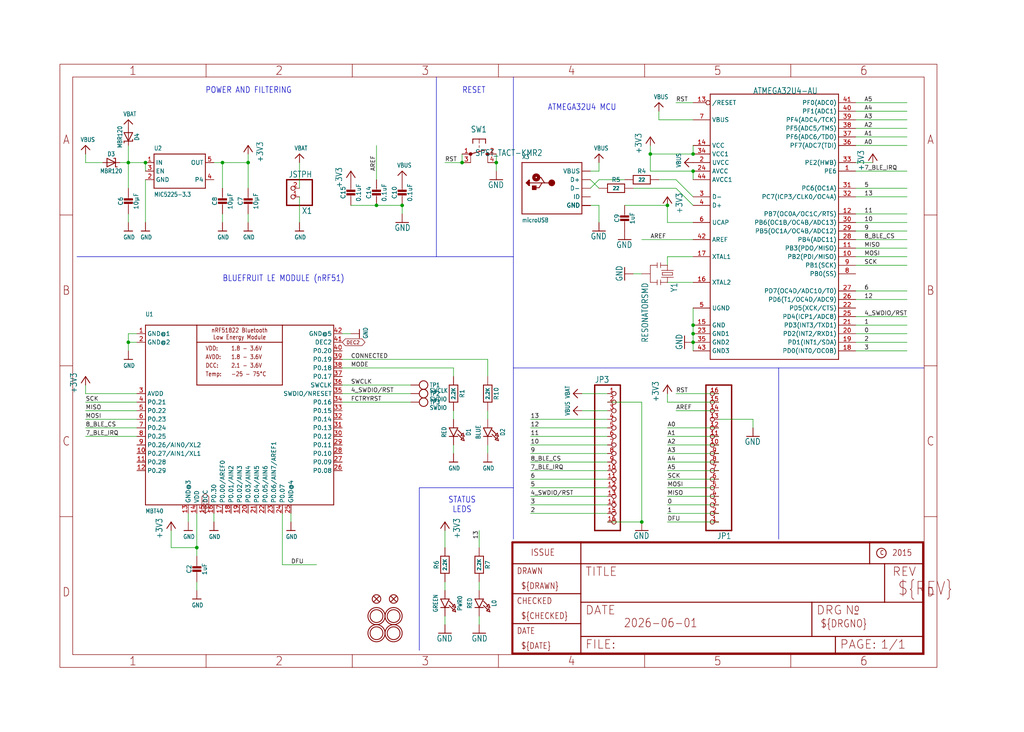
<source format=kicad_sch>
(kicad_sch (version 20230121) (generator eeschema)
  (paper "User" 303.962 217.322)
  (junction (at 111.76 60.96))
  (junction (at 38.1 48.26))
  (junction (at 205.74 96.52))
  (junction (at 205.74 101.6))
  (junction (at 66.04 48.26))
  (junction (at 43.18 48.26))
  (junction (at 205.74 50.8))
  (junction (at 193.04 45.72))
  (junction (at 205.74 99.06))
  (junction (at 38.1 101.6))
  (junction (at 73.66 48.26))
  (junction (at 58.42 162.56))
  (junction (at 137.16 48.26))
  (junction (at 198.12 60.96))
  (junction (at 119.38 60.96))
  (junction (at 147.32 48.26))
  (junction (at 205.74 45.72))
  (junction (at 190.5 154.94))
  (wire (pts (xy 119.38 60.96) (xy 111.76 60.96)) (stroke (width 0.1524)))
  (wire (pts (xy 58.42 162.56) (xy 58.42 165.1)) (stroke (width 0.1524)))
  (polyline (pts (xy 129.54 76.2) (xy 129.54 22.86)) (stroke (width 0.1524) (type solid)))
  (wire (pts (xy 142.24 182.88) (xy 142.24 185.42)) (stroke (width 0.1524)))
  (wire (pts (xy 40.64 116.84) (xy 25.4 116.84)) (stroke (width 0.1524)))
  (wire (pts (xy 111.76 53.34) (xy 111.76 43.18)) (stroke (width 0.1524)))
  (wire (pts (xy 55.88 152.4) (xy 55.88 154.94)) (stroke (width 0.1524)))
  (wire (pts (xy 58.42 162.56) (xy 50.8 162.56)) (stroke (width 0.1524)))
  (wire (pts (xy 187.96 55.88) (xy 200.66 55.88)) (stroke (width 0.1524)))
  (wire (pts (xy 66.04 55.88) (xy 66.04 48.26)) (stroke (width 0.1524)))
  (wire (pts (xy 38.1 43.18) (xy 38.1 48.26)) (stroke (width 0.1524)))
  (wire (pts (xy 205.74 45.72) (xy 205.74 43.18)) (stroke (width 0.1524)))
  (wire (pts (xy 254 104.14) (xy 269.24 104.14)) (stroke (width 0.1524)))
  (wire (pts (xy 142.24 172.72) (xy 142.24 175.26)) (stroke (width 0.1524)))
  (wire (pts (xy 205.74 91.44) (xy 205.74 96.52)) (stroke (width 0.1524)))
  (polyline (pts (xy 152.4 76.2) (xy 129.54 76.2)) (stroke (width 0.1524) (type solid)))
  (polyline (pts (xy 152.4 76.2) (xy 152.4 22.86)) (stroke (width 0.1524) (type solid)))
  (wire (pts (xy 254 63.5) (xy 269.24 63.5)) (stroke (width 0.1524)))
  (wire (pts (xy 38.1 63.5) (xy 38.1 66.04)) (stroke (width 0.1524)))
  (wire (pts (xy 73.66 48.26) (xy 73.66 45.72)) (stroke (width 0.1524)))
  (wire (pts (xy 25.4 129.54) (xy 40.64 129.54)) (stroke (width 0.1524)))
  (wire (pts (xy 175.26 55.88) (xy 177.8 53.34)) (stroke (width 0.1524)))
  (wire (pts (xy 38.1 101.6) (xy 38.1 104.14)) (stroke (width 0.1524)))
  (wire (pts (xy 58.42 152.4) (xy 58.42 162.56)) (stroke (width 0.1524)))
  (polyline (pts (xy 124.46 144.78) (xy 124.46 193.04)) (stroke (width 0.1524) (type solid)))
  (wire (pts (xy 205.74 50.8) (xy 193.04 50.8)) (stroke (width 0.1524)))
  (polyline (pts (xy 22.86 76.2) (xy 129.54 76.2)) (stroke (width 0.1524) (type solid)))
  (wire (pts (xy 205.74 101.6) (xy 205.74 104.14)) (stroke (width 0.1524)))
  (wire (pts (xy 213.36 127) (xy 198.12 127)) (stroke (width 0.1524)))
  (wire (pts (xy 180.34 124.46) (xy 157.48 124.46)) (stroke (width 0.1524)))
  (wire (pts (xy 254 86.36) (xy 269.24 86.36)) (stroke (width 0.1524)))
  (wire (pts (xy 180.34 134.62) (xy 157.48 134.62)) (stroke (width 0.1524)))
  (wire (pts (xy 195.58 53.34) (xy 200.66 53.34)) (stroke (width 0.1524)))
  (wire (pts (xy 205.74 66.04) (xy 198.12 66.04)) (stroke (width 0.1524)))
  (wire (pts (xy 25.4 45.72) (xy 25.4 48.26)) (stroke (width 0.1524)))
  (wire (pts (xy 101.6 109.22) (xy 134.62 109.22)) (stroke (width 0.1524)))
  (wire (pts (xy 144.78 106.68) (xy 144.78 111.76)) (stroke (width 0.1524)))
  (wire (pts (xy 144.78 132.08) (xy 144.78 134.62)) (stroke (width 0.1524)))
  (wire (pts (xy 254 93.98) (xy 269.24 93.98)) (stroke (width 0.1524)))
  (wire (pts (xy 40.64 99.06) (xy 38.1 99.06)) (stroke (width 0.1524)))
  (polyline (pts (xy 274.32 109.22) (xy 231.14 109.22)) (stroke (width 0.1524) (type solid)))
  (wire (pts (xy 190.5 154.94) (xy 180.34 154.94)) (stroke (width 0.1524)))
  (wire (pts (xy 205.74 30.48) (xy 200.66 30.48)) (stroke (width 0.1524)))
  (wire (pts (xy 132.08 48.26) (xy 137.16 48.26)) (stroke (width 0.1524)))
  (wire (pts (xy 180.34 139.7) (xy 157.48 139.7)) (stroke (width 0.1524)))
  (wire (pts (xy 134.62 109.22) (xy 134.62 111.76)) (stroke (width 0.1524)))
  (wire (pts (xy 213.36 124.46) (xy 223.52 124.46)) (stroke (width 0.1524)))
  (wire (pts (xy 157.48 127) (xy 180.34 127)) (stroke (width 0.1524)))
  (wire (pts (xy 198.12 76.2) (xy 205.74 76.2)) (stroke (width 0.1524)))
  (wire (pts (xy 200.66 53.34) (xy 205.74 58.42)) (stroke (width 0.1524)))
  (wire (pts (xy 25.4 119.38) (xy 40.64 119.38)) (stroke (width 0.1524)))
  (polyline (pts (xy 231.14 160.02) (xy 231.14 109.22)) (stroke (width 0.1524) (type solid)))
  (wire (pts (xy 213.36 132.08) (xy 198.12 132.08)) (stroke (width 0.1524)))
  (polyline (pts (xy 152.4 144.78) (xy 152.4 109.22)) (stroke (width 0.1524) (type solid)))
  (wire (pts (xy 254 96.52) (xy 269.24 96.52)) (stroke (width 0.1524)))
  (wire (pts (xy 213.36 116.84) (xy 200.66 116.84)) (stroke (width 0.1524)))
  (wire (pts (xy 254 71.12) (xy 269.24 71.12)) (stroke (width 0.1524)))
  (wire (pts (xy 40.64 101.6) (xy 38.1 101.6)) (stroke (width 0.1524)))
  (wire (pts (xy 213.36 154.94) (xy 198.12 154.94)) (stroke (width 0.1524)))
  (wire (pts (xy 187.96 81.28) (xy 190.5 81.28)) (stroke (width 0.1524)))
  (wire (pts (xy 198.12 66.04) (xy 198.12 60.96)) (stroke (width 0.1524)))
  (wire (pts (xy 254 68.58) (xy 269.24 68.58)) (stroke (width 0.1524)))
  (wire (pts (xy 180.34 144.78) (xy 157.48 144.78)) (stroke (width 0.1524)))
  (wire (pts (xy 213.36 142.24) (xy 198.12 142.24)) (stroke (width 0.1524)))
  (wire (pts (xy 175.26 60.96) (xy 177.8 60.96)) (stroke (width 0.1524)))
  (wire (pts (xy 254 55.88) (xy 269.24 55.88)) (stroke (width 0.1524)))
  (polyline (pts (xy 152.4 144.78) (xy 124.46 144.78)) (stroke (width 0.1524) (type solid)))
  (wire (pts (xy 254 33.02) (xy 269.24 33.02)) (stroke (width 0.1524)))
  (wire (pts (xy 25.4 127) (xy 40.64 127)) (stroke (width 0.1524)))
  (wire (pts (xy 142.24 162.56) (xy 142.24 157.48)) (stroke (width 0.1524)))
  (wire (pts (xy 137.16 48.26) (xy 137.16 45.72)) (stroke (width 0.1524)))
  (wire (pts (xy 43.18 48.26) (xy 43.18 50.8)) (stroke (width 0.1524)))
  (wire (pts (xy 180.34 129.54) (xy 157.48 129.54)) (stroke (width 0.1524)))
  (wire (pts (xy 157.48 137.16) (xy 180.34 137.16)) (stroke (width 0.1524)))
  (wire (pts (xy 25.4 48.26) (xy 30.48 48.26)) (stroke (width 0.1524)))
  (wire (pts (xy 190.5 119.38) (xy 190.5 154.94)) (stroke (width 0.1524)))
  (wire (pts (xy 193.04 45.72) (xy 193.04 43.18)) (stroke (width 0.1524)))
  (wire (pts (xy 157.48 147.32) (xy 180.34 147.32)) (stroke (width 0.1524)))
  (wire (pts (xy 177.8 53.34) (xy 185.42 53.34)) (stroke (width 0.1524)))
  (wire (pts (xy 254 101.6) (xy 269.24 101.6)) (stroke (width 0.1524)))
  (wire (pts (xy 58.42 172.72) (xy 58.42 175.26)) (stroke (width 0.1524)))
  (wire (pts (xy 198.12 116.84) (xy 198.12 119.38)) (stroke (width 0.1524)))
  (wire (pts (xy 254 35.56) (xy 269.24 35.56)) (stroke (width 0.1524)))
  (wire (pts (xy 200.66 121.92) (xy 213.36 121.92)) (stroke (width 0.1524)))
  (wire (pts (xy 254 50.8) (xy 269.24 50.8)) (stroke (width 0.1524)))
  (wire (pts (xy 172.72 116.84) (xy 180.34 116.84)) (stroke (width 0.1524)))
  (wire (pts (xy 254 48.26) (xy 259.08 48.26)) (stroke (width 0.1524)))
  (wire (pts (xy 157.48 132.08) (xy 180.34 132.08)) (stroke (width 0.1524)))
  (wire (pts (xy 134.62 121.92) (xy 134.62 124.46)) (stroke (width 0.1524)))
  (wire (pts (xy 86.36 152.4) (xy 86.36 154.94)) (stroke (width 0.1524)))
  (wire (pts (xy 101.6 99.06) (xy 104.14 99.06)) (stroke (width 0.1524)))
  (wire (pts (xy 157.48 152.4) (xy 180.34 152.4)) (stroke (width 0.1524)))
  (wire (pts (xy 193.04 45.72) (xy 205.74 45.72)) (stroke (width 0.1524)))
  (wire (pts (xy 198.12 134.62) (xy 213.36 134.62)) (stroke (width 0.1524)))
  (wire (pts (xy 134.62 132.08) (xy 134.62 134.62)) (stroke (width 0.1524)))
  (wire (pts (xy 132.08 172.72) (xy 132.08 175.26)) (stroke (width 0.1524)))
  (wire (pts (xy 25.4 124.46) (xy 40.64 124.46)) (stroke (width 0.1524)))
  (wire (pts (xy 205.74 96.52) (xy 205.74 99.06)) (stroke (width 0.1524)))
  (wire (pts (xy 147.32 50.8) (xy 147.32 48.26)) (stroke (width 0.1524)))
  (wire (pts (xy 269.24 99.06) (xy 254 99.06)) (stroke (width 0.1524)))
  (wire (pts (xy 88.9 66.04) (xy 88.9 58.42)) (stroke (width 0.1524)))
  (polyline (pts (xy 152.4 109.22) (xy 152.4 76.2)) (stroke (width 0.1524) (type solid)))
  (wire (pts (xy 157.48 142.24) (xy 180.34 142.24)) (stroke (width 0.1524)))
  (wire (pts (xy 73.66 48.26) (xy 73.66 55.88)) (stroke (width 0.1524)))
  (wire (pts (xy 73.66 63.5) (xy 73.66 66.04)) (stroke (width 0.1524)))
  (wire (pts (xy 200.66 55.88) (xy 205.74 60.96)) (stroke (width 0.1524)))
  (wire (pts (xy 254 76.2) (xy 269.24 76.2)) (stroke (width 0.1524)))
  (wire (pts (xy 213.36 144.78) (xy 198.12 144.78)) (stroke (width 0.1524)))
  (wire (pts (xy 63.5 152.4) (xy 63.5 154.94)) (stroke (width 0.1524)))
  (wire (pts (xy 205.74 99.06) (xy 205.74 101.6)) (stroke (width 0.1524)))
  (wire (pts (xy 172.72 121.92) (xy 180.34 121.92)) (stroke (width 0.1524)))
  (wire (pts (xy 144.78 121.92) (xy 144.78 124.46)) (stroke (width 0.1524)))
  (wire (pts (xy 83.82 167.64) (xy 93.98 167.64)) (stroke (width 0.1524)))
  (wire (pts (xy 38.1 99.06) (xy 38.1 101.6)) (stroke (width 0.1524)))
  (wire (pts (xy 254 78.74) (xy 269.24 78.74)) (stroke (width 0.1524)))
  (wire (pts (xy 101.6 116.84) (xy 121.92 116.84)) (stroke (width 0.1524)))
  (wire (pts (xy 198.12 119.38) (xy 213.36 119.38)) (stroke (width 0.1524)))
  (wire (pts (xy 43.18 48.26) (xy 38.1 48.26)) (stroke (width 0.1524)))
  (polyline (pts (xy 231.14 109.22) (xy 152.4 109.22)) (stroke (width 0.1524) (type solid)))
  (wire (pts (xy 180.34 149.86) (xy 157.48 149.86)) (stroke (width 0.1524)))
  (wire (pts (xy 132.08 157.48) (xy 132.08 162.56)) (stroke (width 0.1524)))
  (wire (pts (xy 50.8 162.56) (xy 50.8 157.48)) (stroke (width 0.1524)))
  (wire (pts (xy 190.5 71.12) (xy 205.74 71.12)) (stroke (width 0.1524)))
  (wire (pts (xy 198.12 152.4) (xy 213.36 152.4)) (stroke (width 0.1524)))
  (wire (pts (xy 198.12 60.96) (xy 185.42 60.96)) (stroke (width 0.1524)))
  (wire (pts (xy 25.4 121.92) (xy 40.64 121.92)) (stroke (width 0.1524)))
  (wire (pts (xy 111.76 60.96) (xy 104.14 60.96)) (stroke (width 0.1524)))
  (wire (pts (xy 177.8 60.96) (xy 177.8 66.04)) (stroke (width 0.1524)))
  (wire (pts (xy 193.04 50.8) (xy 193.04 45.72)) (stroke (width 0.1524)))
  (wire (pts (xy 254 73.66) (xy 269.24 73.66)) (stroke (width 0.1524)))
  (wire (pts (xy 198.12 139.7) (xy 213.36 139.7)) (stroke (width 0.1524)))
  (wire (pts (xy 101.6 106.68) (xy 144.78 106.68)) (stroke (width 0.1524)))
  (wire (pts (xy 35.56 48.26) (xy 38.1 48.26)) (stroke (width 0.1524)))
  (wire (pts (xy 180.34 119.38) (xy 190.5 119.38)) (stroke (width 0.1524)))
  (wire (pts (xy 198.12 147.32) (xy 213.36 147.32)) (stroke (width 0.1524)))
  (wire (pts (xy 175.26 50.8) (xy 177.8 50.8)) (stroke (width 0.1524)))
  (wire (pts (xy 177.8 50.8) (xy 177.8 48.26)) (stroke (width 0.1524)))
  (wire (pts (xy 198.12 83.82) (xy 205.74 83.82)) (stroke (width 0.1524)))
  (wire (pts (xy 38.1 48.26) (xy 38.1 55.88)) (stroke (width 0.1524)))
  (wire (pts (xy 213.36 149.86) (xy 198.12 149.86)) (stroke (width 0.1524)))
  (wire (pts (xy 101.6 114.3) (xy 121.92 114.3)) (stroke (width 0.1524)))
  (polyline (pts (xy 152.4 160.02) (xy 152.4 144.78)) (stroke (width 0.1524) (type solid)))
  (wire (pts (xy 43.18 53.34) (xy 43.18 66.04)) (stroke (width 0.1524)))
  (wire (pts (xy 66.04 63.5) (xy 66.04 66.04)) (stroke (width 0.1524)))
  (wire (pts (xy 198.12 76.2) (xy 198.12 78.74)) (stroke (width 0.1524)))
  (wire (pts (xy 254 88.9) (xy 269.24 88.9)) (stroke (width 0.1524)))
  (wire (pts (xy 254 58.42) (xy 269.24 58.42)) (stroke (width 0.1524)))
  (wire (pts (xy 254 43.18) (xy 269.24 43.18)) (stroke (width 0.1524)))
  (wire (pts (xy 213.36 137.16) (xy 198.12 137.16)) (stroke (width 0.1524)))
  (wire (pts (xy 198.12 129.54) (xy 213.36 129.54)) (stroke (width 0.1524)))
  (wire (pts (xy 63.5 48.26) (xy 66.04 48.26)) (stroke (width 0.1524)))
  (wire (pts (xy 66.04 48.26) (xy 73.66 48.26)) (stroke (width 0.1524)))
  (wire (pts (xy 83.82 152.4) (xy 83.82 167.64)) (stroke (width 0.1524)))
  (wire (pts (xy 101.6 119.38) (xy 121.92 119.38)) (stroke (width 0.1524)))
  (wire (pts (xy 119.38 60.96) (xy 119.38 63.5)) (stroke (width 0.1524)))
  (wire (pts (xy 205.74 53.34) (xy 205.74 50.8)) (stroke (width 0.1524)))
  (wire (pts (xy 254 66.04) (xy 269.24 66.04)) (stroke (width 0.1524)))
  (wire (pts (xy 25.4 116.84) (xy 25.4 114.3)) (stroke (width 0.1524)))
  (wire (pts (xy 147.32 45.72) (xy 147.32 48.26)) (stroke (width 0.1524)))
  (wire (pts (xy 205.74 35.56) (xy 195.58 35.56)) (stroke (width 0.1524)))
  (wire (pts (xy 254 38.1) (xy 269.24 38.1)) (stroke (width 0.1524)))
  (wire (pts (xy 175.26 53.34) (xy 177.8 55.88)) (stroke (width 0.1524)))
  (wire (pts (xy 88.9 48.26) (xy 88.9 55.88)) (stroke (width 0.1524)))
  (wire (pts (xy 132.08 185.42) (xy 132.08 182.88)) (stroke (width 0.1524)))
  (wire (pts (xy 254 30.48) (xy 269.24 30.48)) (stroke (width 0.1524)))
  (wire (pts (xy 223.52 124.46) (xy 223.52 127)) (stroke (width 0.1524)))
  (wire (pts (xy 254 40.64) (xy 269.24 40.64)) (stroke (width 0.1524)))
  (wire (pts (xy 195.58 35.56) (xy 195.58 33.02)) (stroke (width 0.1524)))
  (text "STATUS\nLEDS" (at 137.16 152.4 0) (effects (font (size 1.778 1.5113)) (justify bottom)))
  (text "RESET" (at 137.16 27.94 0) (effects (font (size 1.778 1.5113)) (justify left bottom)))
  (text "BLUEFRUIT LE MODULE (nRF51)" (at 66.04 83.82 0) (effects (font (size 1.778 1.5113)) (justify left bottom)))
  (text "ATMEGA32U4 MCU" (at 162.56 33.02 0) (effects (font (size 1.778 1.5113)) (justify left bottom)))
  (text "POWER AND FILTERING" (at 60.96 27.94 0) (effects (font (size 1.778 1.5113)) (justify left bottom)))
  (label "AREF" (at 193.04 71.12 0) (effects (font (size 1.2446 1.2446))))
  (label "AREF" (at 111.76 50.8 90) (effects (font (size 1.2446 1.2446))))
  (label "A1" (at 256.54 40.64 0) (effects (font (size 1.2446 1.2446))))
  (label "MOSI" (at 198.12 144.78 0) (effects (font (size 1.2446 1.2446))))
  (label "5" (at 256.54 55.88 0) (effects (font (size 1.2446 1.2446))))
  (label "10" (at 157.48 132.08 0) (effects (font (size 1.2446 1.2446))))
  (label "A2" (at 256.54 38.1 0) (effects (font (size 1.2446 1.2446))))
  (label "RST" (at 200.66 116.84 0) (effects (font (size 1.2446 1.2446))))
  (label "3" (at 157.48 149.86 0) (effects (font (size 1.2446 1.2446))))
  (label "RST" (at 200.66 30.48 0) (effects (font (size 1.2446 1.2446))))
  (label "6" (at 256.54 86.36 0) (effects (font (size 1.2446 1.2446))))
  (label "2" (at 256.54 101.6 0) (effects (font (size 1.2446 1.2446))))
  (label "4_SWDIO/RST" (at 104.14 116.84 0) (effects (font (size 1.2446 1.2446))))
  (label "A1" (at 198.12 129.54 0) (effects (font (size 1.2446 1.2446))))
  (label "A4" (at 198.12 137.16 0) (effects (font (size 1.2446 1.2446))))
  (label "FCTRYRST" (at 104.14 119.38 0) (effects (font (size 1.2446 1.2446))))
  (label "MOSI" (at 25.4 124.46 0) (effects (font (size 1.2446 1.2446))))
  (label "A4" (at 256.54 33.02 0) (effects (font (size 1.2446 1.2446))))
  (label "12" (at 157.48 127 0) (effects (font (size 1.2446 1.2446))))
  (label "A0" (at 256.54 43.18 0) (effects (font (size 1.2446 1.2446))))
  (label "A2" (at 198.12 132.08 0) (effects (font (size 1.2446 1.2446))))
  (label "7_BLE_IRQ" (at 256.54 50.8 0) (effects (font (size 1.2446 1.2446))))
  (label "A5" (at 198.12 139.7 0) (effects (font (size 1.2446 1.2446))))
  (label "MODE" (at 104.14 109.22 0) (effects (font (size 1.2446 1.2446))))
  (label "4_SWDIO/RST" (at 157.48 147.32 0) (effects (font (size 1.2446 1.2446))))
  (label "DFU" (at 198.12 154.94 0) (effects (font (size 1.2446 1.2446))))
  (label "4_SWDIO/RST" (at 256.54 93.98 0) (effects (font (size 1.2446 1.2446))))
  (label "MISO" (at 256.54 73.66 0) (effects (font (size 1.2446 1.2446))))
  (label "2" (at 157.48 152.4 0) (effects (font (size 1.2446 1.2446))))
  (label "8_BLE_CS" (at 256.54 71.12 0) (effects (font (size 1.2446 1.2446))))
  (label "A3" (at 256.54 35.56 0) (effects (font (size 1.2446 1.2446))))
  (label "1" (at 198.12 152.4 0) (effects (font (size 1.2446 1.2446))))
  (label "A5" (at 256.54 30.48 0) (effects (font (size 1.2446 1.2446))))
  (label "DFU" (at 86.36 167.64 0) (effects (font (size 1.2446 1.2446))))
  (label "9" (at 256.54 68.58 0) (effects (font (size 1.2446 1.2446))))
  (label "7_BLE_IRQ" (at 157.48 139.7 0) (effects (font (size 1.2446 1.2446))))
  (label "MOSI" (at 256.54 76.2 0) (effects (font (size 1.2446 1.2446))))
  (label "0" (at 198.12 149.86 0) (effects (font (size 1.2446 1.2446))))
  (label "7_BLE_IRQ" (at 25.4 129.54 0) (effects (font (size 1.2446 1.2446))))
  (label "13" (at 142.24 157.48 270) (effects (font (size 1.2446 1.2446))))
  (label "A3" (at 198.12 134.62 0) (effects (font (size 1.2446 1.2446))))
  (label "10" (at 256.54 66.04 0) (effects (font (size 1.2446 1.2446))))
  (label "6" (at 157.48 142.24 0) (effects (font (size 1.2446 1.2446))))
  (label "12" (at 256.54 88.9 0) (effects (font (size 1.2446 1.2446))))
  (label "SWCLK" (at 104.14 114.3 0) (effects (font (size 1.2446 1.2446))))
  (label "11" (at 157.48 129.54 0) (effects (font (size 1.2446 1.2446))))
  (label "AREF" (at 200.66 121.92 0) (effects (font (size 1.2446 1.2446))))
  (label "5" (at 157.48 144.78 0) (effects (font (size 1.2446 1.2446))))
  (label "3" (at 256.54 104.14 0) (effects (font (size 1.2446 1.2446))))
  (label "0" (at 256.54 99.06 0) (effects (font (size 1.2446 1.2446))))
  (label "13" (at 256.54 58.42 0) (effects (font (size 1.2446 1.2446))))
  (label "SCK" (at 25.4 119.38 0) (effects (font (size 1.2446 1.2446))))
  (label "8_BLE_CS" (at 157.48 137.16 0) (effects (font (size 1.2446 1.2446))))
  (label "13" (at 157.48 124.46 0) (effects (font (size 1.2446 1.2446))))
  (label "RST" (at 132.08 48.26 0) (effects (font (size 1.2446 1.2446))))
  (label "A0" (at 198.12 127 0) (effects (font (size 1.2446 1.2446))))
  (label "1" (at 256.54 96.52 0) (effects (font (size 1.2446 1.2446))))
  (label "MISO" (at 25.4 121.92 0) (effects (font (size 1.2446 1.2446))))
  (label "MISO" (at 198.12 147.32 0) (effects (font (size 1.2446 1.2446))))
  (label "9" (at 157.48 134.62 0) (effects (font (size 1.2446 1.2446))))
  (label "8_BLE_CS" (at 25.4 127 0) (effects (font (size 1.2446 1.2446))))
  (label "CONNECTED" (at 104.14 106.68 0) (effects (font (size 1.2446 1.2446))))
  (label "SCK" (at 198.12 142.24 0) (effects (font (size 1.2446 1.2446))))
  (label "SCK" (at 256.54 78.74 0) (effects (font (size 1.2446 1.2446))))
  (label "11" (at 256.54 63.5 0) (effects (font (size 1.2446 1.2446))))
  (global_label "DCC" (shape bidirectional) (at 60.96 152.4 90) (effects (font (size 1.016 1.016))) (property "Intersheetrefs" "${INTERSHEET_REFS}" (effects hide)))
  (global_label "DEC2" (shape bidirectional) (at 101.6 101.6 0) (effects (font (size 1.016 1.016))) (property "Intersheetrefs" "${INTERSHEET_REFS}" (effects hide)))
  (symbol (lib_id "working-eagle-import:supply1_GND") (at 132.08 187.96 0) (unit 1)
    (property "Reference" "#GND9" (effects hide))
    (property "Value" "GND" (at 129.54 190.5 0) (effects (font (size 1.778 1.5113)) (justify left bottom)))
  )
  (symbol (lib_id "working-eagle-import:+3V3") (at 259.08 45.72 0) (unit 1)
    (property "Reference" "#+3V7" (effects hide))
    (property "Value" "+3V3" (at 256.54 50.8 90) (effects (font (size 1.778 1.5113)) (justify left bottom)))
  )
  (symbol (lib_id "working-eagle-import:FRAME_A4") (at 152.4 195.58 0) (unit 2)
    (property "Reference" "#FRAME1" (effects hide))
    (property "Value" "FRAME_A4" (effects hide))
  )
  (symbol (lib_id "working-eagle-import:supply1_GND") (at 190.5 157.48 0) (unit 1)
    (property "Reference" "#GND5" (effects hide))
    (property "Value" "GND" (at 187.96 160.02 0) (effects (font (size 1.778 1.5113)) (justify left bottom)))
  )
  (symbol (lib_id "working-eagle-import:+3V3") (at 193.04 40.64 0) (unit 1)
    (property "Reference" "#+3V5" (effects hide))
    (property "Value" "+3V3" (at 190.5 45.72 90) (effects (font (size 1.778 1.5113)) (justify left bottom)))
  )
  (symbol (lib_id "working-eagle-import:ATMEGA32U4-AU") (at 228.6 73.66 0) (unit 1)
    (property "Reference" "IC1" (effects hide))
    (property "Value" "ATMEGA32U4-AU" (at 223.52 27.94 0) (effects (font (size 1.778 1.5113)) (justify left bottom)))
    (property "Footprint" "working:TQFP44" (effects hide))
  )
  (symbol (lib_id "working-eagle-import:NRF51822_MODULE_MDBT40") (at 71.12 121.92 0) (unit 1)
    (property "Reference" "U1" (at 43.18 93.98 0) (effects (font (size 1.27 1.0795)) (justify left bottom)))
    (property "Value" "MBT40" (at 43.18 152.4 0) (effects (font (size 1.27 1.0795)) (justify left bottom)))
    (property "Footprint" "working:BLE_MODULE_RAYTAC_MDBT40" (effects hide))
  )
  (symbol (lib_id "working-eagle-import:CAP_CERAMIC_0805MP") (at 38.1 60.96 0) (unit 1)
    (property "Reference" "C6" (at 35.81 59.71 90))
    (property "Value" "10µF" (at 40.4 59.71 90))
    (property "Footprint" "working:_0805MP" (effects hide))
  )
  (symbol (lib_id "working-eagle-import:DIODE-SCHOTTKYSOD-123") (at 33.02 48.26 0) (unit 1)
    (property "Reference" "D3" (at 33.02 45.72 0) (effects (font (size 1.27 1.0795))))
    (property "Value" "MBR120" (at 33.02 50.76 0) (effects (font (size 1.27 1.0795))))
    (property "Footprint" "working:SOD-123" (effects hide))
  )
  (symbol (lib_id "working-eagle-import:SPST_TACT-KMR2") (at 142.24 45.72 270) (unit 1)
    (property "Reference" "SW1" (at 139.7 39.37 90) (effects (font (size 1.778 1.5113)) (justify left bottom)))
    (property "Value" "SPST_TACT-KMR2" (at 140.97 46.355 90) (effects (font (size 1.778 1.5113)) (justify left bottom)))
    (property "Footprint" "working:KMR2" (effects hide))
  )
  (symbol (lib_id "working-eagle-import:CAP_CERAMIC0805-NOOUTLINE") (at 66.04 60.96 0) (unit 1)
    (property "Reference" "C8" (at 63.75 59.71 90))
    (property "Value" "10µF" (at 68.34 59.71 90))
    (property "Footprint" "working:0805-NO" (effects hide))
  )
  (symbol (lib_id "working-eagle-import:+3V3") (at 25.4 111.76 0) (unit 1)
    (property "Reference" "#+3V2" (effects hide))
    (property "Value" "+3V3" (at 22.86 116.84 90) (effects (font (size 1.778 1.5113)) (justify left bottom)))
  )
  (symbol (lib_id "working-eagle-import:HEADER-1X16ROUND") (at 182.88 134.62 0) (unit 1)
    (property "Reference" "JP3" (at 176.53 113.665 0) (effects (font (size 1.778 1.5113)) (justify left bottom)))
    (property "Value" "HEADER-1X16ROUND" (effects hide))
    (property "Footprint" "working:1X16_ROUND" (effects hide))
  )
  (symbol (lib_id "working-eagle-import:supply1_GND") (at 185.42 71.12 0) (unit 1)
    (property "Reference" "#GND3" (effects hide))
    (property "Value" "GND" (at 182.88 73.66 0) (effects (font (size 1.778 1.5113)) (justify left bottom)))
  )
  (symbol (lib_id "working-eagle-import:GND") (at 43.18 68.58 0) (unit 1)
    (property "Reference" "#U$30" (effects hide))
    (property "Value" "GND" (at 41.656 71.12 0) (effects (font (size 1.27 1.0795)) (justify left bottom)))
  )
  (symbol (lib_id "working-eagle-import:GND") (at 86.36 157.48 0) (unit 1)
    (property "Reference" "#U$10" (effects hide))
    (property "Value" "GND" (at 84.836 160.02 0) (effects (font (size 1.27 1.0795)) (justify left bottom)))
  )
  (symbol (lib_id "working-eagle-import:FIDUCIAL{dblquote}{dblquote}") (at 116.84 177.8 0) (unit 1)
    (property "Reference" "U$34" (effects hide))
    (property "Value" "FIDUCIAL{dblquote}{dblquote}" (effects hide))
    (property "Footprint" "working:FIDUCIAL_1MM" (effects hide))
  )
  (symbol (lib_id "working-eagle-import:GND") (at 38.1 106.68 0) (unit 1)
    (property "Reference" "#U$12" (effects hide))
    (property "Value" "GND" (at 36.576 109.22 0) (effects (font (size 1.27 1.0795)) (justify left bottom)))
  )
  (symbol (lib_id "working-eagle-import:TESTPOINT1.5X2.0MM_NOCREAM") (at 121.92 116.84 270) (unit 1)
    (property "Reference" "TP2" (at 127.508 116.84 90) (effects (font (size 1.27 1.0795)) (justify left)))
    (property "Value" "SWDIO" (at 127.508 118.491 90) (effects (font (size 1.27 1.0795)) (justify left)))
    (property "Footprint" "working:PAD-1.5X2.0" (effects hide))
  )
  (symbol (lib_id "working-eagle-import:GND") (at 134.62 137.16 0) (unit 1)
    (property "Reference" "#U$2" (effects hide))
    (property "Value" "GND" (at 133.096 139.7 0) (effects (font (size 1.27 1.0795)) (justify left bottom)))
  )
  (symbol (lib_id "working-eagle-import:RESONATORSMD") (at 198.12 81.28 270) (unit 1)
    (property "Reference" "Y1" (at 199.136 83.82 0) (effects (font (size 1.778 1.5113)) (justify left bottom)))
    (property "Value" "RESONATORSMD" (at 190.5 83.82 0) (effects (font (size 1.778 1.5113)) (justify left bottom)))
    (property "Footprint" "working:RESONATOR-SMD" (effects hide))
  )
  (symbol (lib_id "working-eagle-import:VBUS") (at 119.38 50.8 0) (unit 1)
    (property "Reference" "#U$14" (effects hide))
    (property "Value" "VBUS" (at 117.856 49.784 0) (effects (font (size 1.27 1.0795)) (justify left bottom)))
  )
  (symbol (lib_id "working-eagle-import:LED0805_NOOUTLINE") (at 132.08 180.34 270) (unit 1)
    (property "Reference" "PWR0" (at 136.525 179.07 0) (effects (font (size 1.27 1.0795))))
    (property "Value" "GREEN" (at 129.286 179.07 0) (effects (font (size 1.27 1.0795))))
    (property "Footprint" "working:CHIPLED_0805_NOOUTLINE" (effects hide))
  )
  (symbol (lib_id "working-eagle-import:MOUNTINGHOLE2.5") (at 111.76 182.88 0) (unit 1)
    (property "Reference" "U$31" (effects hide))
    (property "Value" "MOUNTINGHOLE2.5" (effects hide))
    (property "Footprint" "working:MOUNTINGHOLE_2.5_PLATED" (effects hide))
  )
  (symbol (lib_id "working-eagle-import:supply1_GND") (at 185.42 81.28 270) (unit 1)
    (property "Reference" "#GND6" (effects hide))
    (property "Value" "GND" (at 182.88 78.74 0) (effects (font (size 1.778 1.5113)) (justify left bottom)))
  )
  (symbol (lib_id "working-eagle-import:supply1_GND") (at 203.2 101.6 270) (unit 1)
    (property "Reference" "#GND2" (effects hide))
    (property "Value" "GND" (at 200.66 99.06 0) (effects (font (size 1.778 1.5113)) (justify left bottom)))
  )
  (symbol (lib_id "working-eagle-import:GND") (at 66.04 68.58 0) (unit 1)
    (property "Reference" "#U$29" (effects hide))
    (property "Value" "GND" (at 64.516 71.12 0) (effects (font (size 1.27 1.0795)) (justify left bottom)))
  )
  (symbol (lib_id "working-eagle-import:VBUS") (at 170.18 121.92 90) (unit 1)
    (property "Reference" "#U$19" (effects hide))
    (property "Value" "VBUS" (at 169.164 123.444 0) (effects (font (size 1.27 1.0795)) (justify left bottom)))
  )
  (symbol (lib_id "working-eagle-import:MOUNTINGHOLE2.5") (at 111.76 187.96 0) (unit 1)
    (property "Reference" "U$6" (effects hide))
    (property "Value" "MOUNTINGHOLE2.5" (effects hide))
    (property "Footprint" "working:MOUNTINGHOLE_2.5_PLATED" (effects hide))
  )
  (symbol (lib_id "working-eagle-import:RESISTOR0805_NOOUTLINE") (at 142.24 167.64 270) (unit 1)
    (property "Reference" "R7" (at 144.78 167.64 0))
    (property "Value" "2.2K" (at 142.24 167.64 0) (effects (font (size 1.016 1.016) bold)))
    (property "Footprint" "working:0805-NO" (effects hide))
  )
  (symbol (lib_id "working-eagle-import:VBUS") (at 177.8 45.72 0) (unit 1)
    (property "Reference" "#U$1" (effects hide))
    (property "Value" "VBUS" (at 176.276 44.704 0) (effects (font (size 1.27 1.0795)) (justify left bottom)))
  )
  (symbol (lib_id "working-eagle-import:LED0805_NOOUTLINE") (at 134.62 129.54 270) (unit 1)
    (property "Reference" "D1" (at 139.065 128.27 0) (effects (font (size 1.27 1.0795))))
    (property "Value" "RED" (at 131.826 128.27 0) (effects (font (size 1.27 1.0795))))
    (property "Footprint" "working:CHIPLED_0805_NOOUTLINE" (effects hide))
  )
  (symbol (lib_id "working-eagle-import:GND") (at 106.68 99.06 90) (unit 1)
    (property "Reference" "#U$13" (effects hide))
    (property "Value" "GND" (at 109.22 100.584 0) (effects (font (size 1.27 1.0795)) (justify left bottom)))
  )
  (symbol (lib_id "working-eagle-import:supply1_GND") (at 142.24 187.96 0) (mirror y) (unit 1)
    (property "Reference" "#GND10" (effects hide))
    (property "Value" "GND" (at 144.78 190.5 0) (effects (font (size 1.778 1.5113)) (justify left bottom)))
  )
  (symbol (lib_id "working-eagle-import:LED0805_NOOUTLINE") (at 142.24 180.34 270) (unit 1)
    (property "Reference" "L0" (at 146.685 179.07 0) (effects (font (size 1.27 1.0795))))
    (property "Value" "RED" (at 139.446 179.07 0) (effects (font (size 1.27 1.0795))))
    (property "Footprint" "working:CHIPLED_0805_NOOUTLINE" (effects hide))
  )
  (symbol (lib_id "working-eagle-import:VBAT") (at 38.1 35.56 0) (unit 1)
    (property "Reference" "#U$21" (effects hide))
    (property "Value" "VBAT" (at 36.576 34.544 0) (effects (font (size 1.27 1.0795)) (justify left bottom)))
  )
  (symbol (lib_id "working-eagle-import:RESISTOR0805_NOOUTLINE") (at 132.08 167.64 90) (unit 1)
    (property "Reference" "R6" (at 129.54 167.64 0))
    (property "Value" "2.2K" (at 132.08 167.64 0) (effects (font (size 1.016 1.016) bold)))
    (property "Footprint" "working:0805-NO" (effects hide))
  )
  (symbol (lib_id "working-eagle-import:VREG_SOT23-5") (at 53.34 50.8 0) (unit 1)
    (property "Reference" "U2" (at 45.72 44.704 0) (effects (font (size 1.27 1.0795)) (justify left bottom)))
    (property "Value" "MIC5225-3.3" (at 45.72 58.42 0) (effects (font (size 1.27 1.0795)) (justify left bottom)))
    (property "Footprint" "working:SOT23-5" (effects hide))
  )
  (symbol (lib_id "working-eagle-import:GND") (at 38.1 68.58 0) (unit 1)
    (property "Reference" "#U$27" (effects hide))
    (property "Value" "GND" (at 36.576 71.12 0) (effects (font (size 1.27 1.0795)) (justify left bottom)))
  )
  (symbol (lib_id "working-eagle-import:RESISTOR0805_NOOUTLINE") (at 182.88 55.88 0) (unit 1)
    (property "Reference" "R5" (at 182.88 53.34 0))
    (property "Value" "22" (at 182.88 55.88 0) (effects (font (size 1.016 1.016) bold)))
    (property "Footprint" "working:0805-NO" (effects hide))
  )
  (symbol (lib_id "working-eagle-import:CAP_CERAMIC0805-NOOUTLINE") (at 58.42 170.18 0) (unit 1)
    (property "Reference" "C2" (at 56.13 168.93 90))
    (property "Value" "1uF" (at 60.72 168.93 90))
    (property "Footprint" "working:0805-NO" (effects hide))
  )
  (symbol (lib_id "working-eagle-import:DIODE-SCHOTTKYSOD-123") (at 38.1 40.64 270) (unit 1)
    (property "Reference" "D4" (at 40.64 40.64 0) (effects (font (size 1.27 1.0795))))
    (property "Value" "MBR120" (at 35.6 40.64 0) (effects (font (size 1.27 1.0795))))
    (property "Footprint" "working:SOD-123" (effects hide))
  )
  (symbol (lib_id "working-eagle-import:GND") (at 88.9 68.58 0) (unit 1)
    (property "Reference" "#U$22" (effects hide))
    (property "Value" "GND" (at 87.376 71.12 0) (effects (font (size 1.27 1.0795)) (justify left bottom)))
  )
  (symbol (lib_id "working-eagle-import:FIDUCIAL{dblquote}{dblquote}") (at 111.76 177.8 0) (unit 1)
    (property "Reference" "U$35" (effects hide))
    (property "Value" "FIDUCIAL{dblquote}{dblquote}" (effects hide))
    (property "Footprint" "working:FIDUCIAL_1MM" (effects hide))
  )
  (symbol (lib_id "working-eagle-import:GND") (at 63.5 157.48 0) (unit 1)
    (property "Reference" "#U$17" (effects hide))
    (property "Value" "GND" (at 61.976 160.02 0) (effects (font (size 1.27 1.0795)) (justify left bottom)))
  )
  (symbol (lib_id "working-eagle-import:RESISTOR0805_NOOUTLINE") (at 144.78 116.84 270) (unit 1)
    (property "Reference" "R10" (at 147.32 116.84 0))
    (property "Value" "2.2K" (at 144.78 116.84 0) (effects (font (size 1.016 1.016) bold)))
    (property "Footprint" "working:0805-NO" (effects hide))
  )
  (symbol (lib_id "working-eagle-import:VBAT") (at 88.9 45.72 0) (unit 1)
    (property "Reference" "#U$16" (effects hide))
    (property "Value" "VBAT" (at 87.376 44.704 0) (effects (font (size 1.27 1.0795)) (justify left bottom)))
  )
  (symbol (lib_id "working-eagle-import:supply1_GND") (at 177.8 68.58 0) (unit 1)
    (property "Reference" "#GND1" (effects hide))
    (property "Value" "GND" (at 175.26 71.12 0) (effects (font (size 1.778 1.5113)) (justify left bottom)))
  )
  (symbol (lib_id "working-eagle-import:FRAME_A4") (at 17.78 198.12 0) (unit 1)
    (property "Reference" "#FRAME1" (effects hide))
    (property "Value" "FRAME_A4" (effects hide))
  )
  (symbol (lib_id "working-eagle-import:+3V3") (at 104.14 50.8 0) (unit 1)
    (property "Reference" "#+3V8" (effects hide))
    (property "Value" "+3V3" (at 101.6 55.88 90) (effects (font (size 1.778 1.5113)) (justify left bottom)))
  )
  (symbol (lib_id "working-eagle-import:VBAT") (at 170.18 116.84 90) (unit 1)
    (property "Reference" "#U$20" (effects hide))
    (property "Value" "VBAT" (at 169.164 118.364 0) (effects (font (size 1.27 1.0795)) (justify left bottom)))
  )
  (symbol (lib_id "working-eagle-import:VBUS") (at 195.58 30.48 0) (unit 1)
    (property "Reference" "#U$8" (effects hide))
    (property "Value" "VBUS" (at 194.056 29.464 0) (effects (font (size 1.27 1.0795)) (justify left bottom)))
  )
  (symbol (lib_id "working-eagle-import:LED0805_NOOUTLINE") (at 144.78 129.54 270) (unit 1)
    (property "Reference" "D2" (at 149.225 128.27 0) (effects (font (size 1.27 1.0795))))
    (property "Value" "BLUE" (at 141.986 128.27 0) (effects (font (size 1.27 1.0795))))
    (property "Footprint" "working:CHIPLED_0805_NOOUTLINE" (effects hide))
  )
  (symbol (lib_id "working-eagle-import:+3V3") (at 73.66 43.18 0) (mirror y) (unit 1)
    (property "Reference" "#+3V4" (effects hide))
    (property "Value" "+3V3" (at 76.2 48.26 90) (effects (font (size 1.778 1.5113)) (justify left bottom)))
  )
  (symbol (lib_id "working-eagle-import:CAP_CERAMIC0805-NOOUTLINE") (at 111.76 58.42 0) (unit 1)
    (property "Reference" "C14" (at 109.47 57.17 90))
    (property "Value" "0.1uF" (at 114.06 57.17 90))
    (property "Footprint" "working:0805-NO" (effects hide))
  )
  (symbol (lib_id "working-eagle-import:VBUS") (at 25.4 43.18 0) (unit 1)
    (property "Reference" "#U$3" (effects hide))
    (property "Value" "VBUS" (at 23.876 42.164 0) (effects (font (size 1.27 1.0795)) (justify left bottom)))
  )
  (symbol (lib_id "working-eagle-import:GND") (at 144.78 137.16 0) (unit 1)
    (property "Reference" "#U$4" (effects hide))
    (property "Value" "GND" (at 143.256 139.7 0) (effects (font (size 1.27 1.0795)) (justify left bottom)))
  )
  (symbol (lib_id "working-eagle-import:TESTPOINT1.5X2.0MM_NOCREAM") (at 121.92 119.38 270) (unit 1)
    (property "Reference" "TP3" (at 127.508 119.38 90) (effects (font (size 1.27 1.0795)) (justify left)))
    (property "Value" "SWDIO" (at 127.508 121.031 90) (effects (font (size 1.27 1.0795)) (justify left)))
    (property "Footprint" "working:PAD-1.5X2.0" (effects hide))
  )
  (symbol (lib_id "working-eagle-import:USBMICRO_20329") (at 165.1 55.88 0) (unit 1)
    (property "Reference" "X3" (at 154.94 47.244 0) (effects (font (size 1.27 1.0795)) (justify left bottom)))
    (property "Value" "microUSB" (at 154.94 66.04 0) (effects (font (size 1.27 1.0795)) (justify left bottom)))
    (property "Footprint" "working:4UCONN_20329" (effects hide))
  )
  (symbol (lib_id "working-eagle-import:+3V3") (at 50.8 154.94 0) (unit 1)
    (property "Reference" "#+3V3" (effects hide))
    (property "Value" "+3V3" (at 48.26 160.02 90) (effects (font (size 1.778 1.5113)) (justify left bottom)))
  )
  (symbol (lib_id "working-eagle-import:CAP_CERAMIC0805_10MGAP") (at 119.38 58.42 0) (unit 1)
    (property "Reference" "C10" (at 117.09 57.17 90))
    (property "Value" "0.1uF" (at 121.68 57.17 90))
    (property "Footprint" "working:0805_10MGAP" (effects hide))
  )
  (symbol (lib_id "working-eagle-import:HEADER-1X16ROUND") (at 210.82 137.16 180) (unit 1)
    (property "Reference" "JP1" (at 217.17 158.115 0) (effects (font (size 1.778 1.5113)) (justify left bottom)))
    (property "Value" "HEADER-1X16ROUND" (effects hide))
    (property "Footprint" "working:1X16_ROUND" (effects hide))
  )
  (symbol (lib_id "working-eagle-import:TESTPOINT1.5X2.0MM_NOCREAM") (at 121.92 114.3 270) (unit 1)
    (property "Reference" "TP1" (at 127.508 114.3 90) (effects (font (size 1.27 1.0795)) (justify left)))
    (property "Value" "SWCLK" (at 127.508 115.951 90) (effects (font (size 1.27 1.0795)) (justify left)))
    (property "Footprint" "working:PAD-1.5X2.0" (effects hide))
  )
  (symbol (lib_id "working-eagle-import:CAP_CERAMIC0805-NOOUTLINE") (at 104.14 58.42 0) (unit 1)
    (property "Reference" "C15" (at 101.85 57.17 90))
    (property "Value" "0.1uF" (at 106.44 57.17 90))
    (property "Footprint" "working:0805-NO" (effects hide))
  )
  (symbol (lib_id "working-eagle-import:CON_JST_PH_2PIN") (at 86.36 55.88 180) (unit 1)
    (property "Reference" "X1" (at 92.71 61.595 0) (effects (font (size 1.778 1.5113)) (justify left bottom)))
    (property "Value" "JSTPH" (at 92.71 50.8 0) (effects (font (size 1.778 1.5113)) (justify left bottom)))
    (property "Footprint" "working:JSTPH2" (effects hide))
  )
  (symbol (lib_id "working-eagle-import:GND") (at 55.88 157.48 0) (unit 1)
    (property "Reference" "#U$5" (effects hide))
    (property "Value" "GND" (at 54.356 160.02 0) (effects (font (size 1.27 1.0795)) (justify left bottom)))
  )
  (symbol (lib_id "working-eagle-import:GND") (at 73.66 68.58 0) (unit 1)
    (property "Reference" "#U$28" (effects hide))
    (property "Value" "GND" (at 72.136 71.12 0) (effects (font (size 1.27 1.0795)) (justify left bottom)))
  )
  (symbol (lib_id "working-eagle-import:+3V3") (at 198.12 58.42 0) (mirror y) (unit 1)
    (property "Reference" "#+3V6" (effects hide))
    (property "Value" "+3V3" (at 200.66 63.5 90) (effects (font (size 1.778 1.5113)) (justify left bottom)))
  )
  (symbol (lib_id "working-eagle-import:CAP_CERAMIC0805-NOOUTLINE") (at 185.42 66.04 0) (unit 1)
    (property "Reference" "C9" (at 183.13 64.79 90))
    (property "Value" "1uF" (at 187.72 64.79 90))
    (property "Footprint" "working:0805-NO" (effects hide))
  )
  (symbol (lib_id "working-eagle-import:supply1_GND") (at 119.38 66.04 0) (mirror y) (unit 1)
    (property "Reference" "#GND12" (effects hide))
    (property "Value" "GND" (at 121.92 68.58 0) (effects (font (size 1.778 1.5113)) (justify left bottom)))
  )
  (symbol (lib_id "working-eagle-import:+3V3") (at 132.08 154.94 0) (mirror y) (unit 1)
    (property "Reference" "#+3V10" (effects hide))
    (property "Value" "+3V3" (at 134.62 160.02 90) (effects (font (size 1.778 1.5113)) (justify left bottom)))
  )
  (symbol (lib_id "working-eagle-import:+3V3") (at 198.12 114.3 0) (unit 1)
    (property "Reference" "#+3V1" (effects hide))
    (property "Value" "+3V3" (at 195.58 119.38 90) (effects (font (size 1.778 1.5113)) (justify left bottom)))
  )
  (symbol (lib_id "working-eagle-import:VBUS") (at 203.2 48.26 90) (unit 1)
    (property "Reference" "#U$11" (effects hide))
    (property "Value" "VBUS" (at 202.184 49.784 0) (effects (font (size 1.27 1.0795)) (justify left bottom)))
  )
  (symbol (lib_id "working-eagle-import:RESISTOR0805_NOOUTLINE") (at 134.62 116.84 270) (unit 1)
    (property "Reference" "R1" (at 137.16 116.84 0))
    (property "Value" "2.2K" (at 134.62 116.84 0) (effects (font (size 1.016 1.016) bold)))
    (property "Footprint" "working:0805-NO" (effects hide))
  )
  (symbol (lib_id "working-eagle-import:supply1_GND") (at 147.32 53.34 0) (unit 1)
    (property "Reference" "#GND7" (effects hide))
    (property "Value" "GND" (at 144.78 55.88 0) (effects (font (size 1.778 1.5113)) (justify left bottom)))
  )
  (symbol (lib_id "working-eagle-import:supply1_GND") (at 223.52 129.54 0) (unit 1)
    (property "Reference" "#GND4" (effects hide))
    (property "Value" "GND" (at 220.98 132.08 0) (effects (font (size 1.778 1.5113)) (justify left bottom)))
  )
  (symbol (lib_id "working-eagle-import:MOUNTINGHOLE2.5") (at 116.84 182.88 0) (unit 1)
    (property "Reference" "U$32" (effects hide))
    (property "Value" "MOUNTINGHOLE2.5" (effects hide))
    (property "Footprint" "working:MOUNTINGHOLE_2.5_PLATED" (effects hide))
  )
  (symbol (lib_id "working-eagle-import:MOUNTINGHOLE2.5") (at 116.84 187.96 0) (unit 1)
    (property "Reference" "U$24" (effects hide))
    (property "Value" "MOUNTINGHOLE2.5" (effects hide))
    (property "Footprint" "working:MOUNTINGHOLE_2.5_PLATED" (effects hide))
    (property "BOM" "EXCLUDE" (effects hide))
  )
  (symbol (lib_id "working-eagle-import:RESISTOR0805_NOOUTLINE") (at 190.5 53.34 0) (unit 1)
    (property "Reference" "R4" (at 190.5 50.8 0))
    (property "Value" "22" (at 190.5 53.34 0) (effects (font (size 1.016 1.016) bold)))
    (property "Footprint" "working:0805-NO" (effects hide))
  )
  (symbol (lib_id "working-eagle-import:GND") (at 58.42 177.8 0) (unit 1)
    (property "Reference" "#U$18" (effects hide))
    (property "Value" "GND" (at 56.896 180.34 0) (effects (font (size 1.27 1.0795)) (justify left bottom)))
  )
  (symbol (lib_id "working-eagle-import:CAP_CERAMIC0805-NOOUTLINE") (at 73.66 60.96 0) (unit 1)
    (property "Reference" "C7" (at 71.37 59.71 90))
    (property "Value" "10µF" (at 75.96 59.71 90))
    (property "Footprint" "working:0805-NO" (effects hide))
  )
)
</source>
